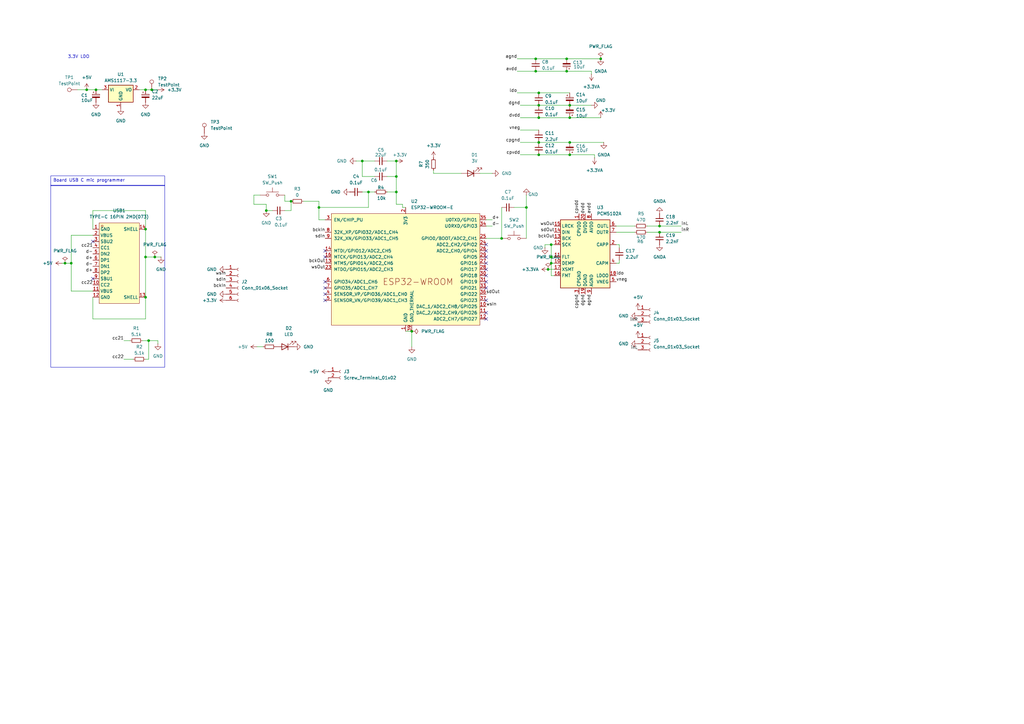
<source format=kicad_sch>
(kicad_sch (version 20231120) (generator "eeschema") (generator_version "8.0")
  (paper "A3")
  (lib_symbols
    (symbol "Audio:PCM5102A"
      (property "Reference" "U" (at -10.16 13.97 0))
      (property "Value" "PCM5102A" (at 3.81 13.97 0))
      (symbol "PCM5102A_0_1"
        (rectangle (start -10.16 12.7) (end 10.16 -15.24) (stroke (width 0.254)) (fill (type background)))
      )
      (symbol "PCM5102A_1_1"
        (pin passive line (at -2.54 15.24 270) (length 2.54) (name "CPVDD") (number "1"))
        (pin input line (at -12.7 -5.08 0) (length 2.54) (name "DEMP") (number "10"))
        (pin input line (at -12.7 -2.54 0) (length 2.54) (name "FLT") (number "11"))
        (pin input line (at -12.7 2.54 0) (length 2.54) (name "SCK") (number "12"))
        (pin input line (at -12.7 5.08 0) (length 2.54) (name "BCK") (number "13"))
        (pin input line (at -12.7 7.62 0) (length 2.54) (name "DIN") (number "14"))
        (pin input line (at -12.7 10.16 0) (length 2.54) (name "LRCK") (number "15"))
        (pin input line (at -12.7 -10.16 0) (length 2.54) (name "FMT") (number "16"))
        (pin input line (at -12.7 -7.62 0) (length 2.54) (name "XSMT") (number "17"))
        (pin passive line (at 12.7 -10.16 180) (length 2.54) (name "LDOO") (number "18"))
        (pin power_in line (at 0 -17.78 90) (length 2.54) (name "DGND") (number "19"))
        (pin passive line (at 12.7 2.54 180) (length 2.54) (name "CAPP") (number "2"))
        (pin power_in line (at 0 15.24 270) (length 2.54) (name "DVDD") (number "20"))
        (pin power_in line (at -2.54 -17.78 90) (length 2.54) (name "CPGND") (number "3"))
        (pin passive line (at 12.7 -5.08 180) (length 2.54) (name "CAPM") (number "4"))
        (pin passive line (at 12.7 -12.7 180) (length 2.54) (name "VNEG") (number "5"))
        (pin output line (at 12.7 10.16 180) (length 2.54) (name "OUTL") (number "6"))
        (pin output line (at 12.7 7.62 180) (length 2.54) (name "OUTR") (number "7"))
        (pin power_in line (at 2.54 15.24 270) (length 2.54) (name "AVDD") (number "8"))
        (pin power_in line (at 2.54 -17.78 90) (length 2.54) (name "AGND") (number "9"))
      )
    )
    (symbol "Connector:Conn_01x02_Socket" (pin_names (offset 1.016) hide)
      (property "Reference" "J" (at 0 2.54 0))
      (property "Value" "Conn_01x02_Socket" (at 0 -5.08 0))
      (symbol "Conn_01x02_Socket_1_1"
        (arc (start 0 -2.032) (mid -0.5058 -2.54) (end 0 -3.048) (stroke (width 0.1524)))
        (polyline (pts (xy -1.27 -2.54) (xy -0.508 -2.54)) (stroke (width 0.1524)))
        (polyline (pts (xy -1.27 0) (xy -0.508 0)) (stroke (width 0.1524)))
        (arc (start 0 0.508) (mid -0.5058 0) (end 0 -0.508) (stroke (width 0.1524)))
        (pin passive line (at -5.08 0 0) (length 3.81) (name "Pin_1") (number "1"))
        (pin passive line (at -5.08 -2.54 0) (length 3.81) (name "Pin_2") (number "2"))
      )
    )
    (symbol "Connector:Conn_01x03_Socket" (pin_names (offset 1.016) hide)
      (property "Reference" "J" (at 0 5.08 0))
      (property "Value" "Conn_01x03_Socket" (at 0 -5.08 0))
      (symbol "Conn_01x03_Socket_1_1"
        (arc (start 0 -2.032) (mid -0.5058 -2.54) (end 0 -3.048) (stroke (width 0.1524)))
        (polyline (pts (xy -1.27 -2.54) (xy -0.508 -2.54)) (stroke (width 0.1524)))
        (polyline (pts (xy -1.27 0) (xy -0.508 0)) (stroke (width 0.1524)))
        (polyline (pts (xy -1.27 2.54) (xy -0.508 2.54)) (stroke (width 0.1524)))
        (arc (start 0 0.508) (mid -0.5058 0) (end 0 -0.508) (stroke (width 0.1524)))
        (arc (start 0 3.048) (mid -0.5058 2.54) (end 0 2.032) (stroke (width 0.1524)))
        (pin passive line (at -5.08 2.54 0) (length 3.81) (name "Pin_1") (number "1"))
        (pin passive line (at -5.08 0 0) (length 3.81) (name "Pin_2") (number "2"))
        (pin passive line (at -5.08 -2.54 0) (length 3.81) (name "Pin_3") (number "3"))
      )
    )
    (symbol "Connector:Conn_01x06_Socket" (pin_names (offset 1.016) hide)
      (property "Reference" "J" (at 0 7.62 0))
      (property "Value" "Conn_01x06_Socket" (at 0 -10.16 0))
      (symbol "Conn_01x06_Socket_1_1"
        (arc (start 0 -7.112) (mid -0.5058 -7.62) (end 0 -8.128) (stroke (width 0.1524)))
        (arc (start 0 -4.572) (mid -0.5058 -5.08) (end 0 -5.588) (stroke (width 0.1524)))
        (arc (start 0 -2.032) (mid -0.5058 -2.54) (end 0 -3.048) (stroke (width 0.1524)))
        (polyline (pts (xy -1.27 -7.62) (xy -0.508 -7.62)) (stroke (width 0.1524)))
        (polyline (pts (xy -1.27 -5.08) (xy -0.508 -5.08)) (stroke (width 0.1524)))
        (polyline (pts (xy -1.27 -2.54) (xy -0.508 -2.54)) (stroke (width 0.1524)))
        (polyline (pts (xy -1.27 0) (xy -0.508 0)) (stroke (width 0.1524)))
        (polyline (pts (xy -1.27 2.54) (xy -0.508 2.54)) (stroke (width 0.1524)))
        (polyline (pts (xy -1.27 5.08) (xy -0.508 5.08)) (stroke (width 0.1524)))
        (arc (start 0 0.508) (mid -0.5058 0) (end 0 -0.508) (stroke (width 0.1524)))
        (arc (start 0 3.048) (mid -0.5058 2.54) (end 0 2.032) (stroke (width 0.1524)))
        (arc (start 0 5.588) (mid -0.5058 5.08) (end 0 4.572) (stroke (width 0.1524)))
        (pin passive line (at -5.08 5.08 0) (length 3.81) (name "Pin_1") (number "1"))
        (pin passive line (at -5.08 2.54 0) (length 3.81) (name "Pin_2") (number "2"))
        (pin passive line (at -5.08 0 0) (length 3.81) (name "Pin_3") (number "3"))
        (pin passive line (at -5.08 -2.54 0) (length 3.81) (name "Pin_4") (number "4"))
        (pin passive line (at -5.08 -5.08 0) (length 3.81) (name "Pin_5") (number "5"))
        (pin passive line (at -5.08 -7.62 0) (length 3.81) (name "Pin_6") (number "6"))
      )
    )
    (symbol "Connector:TestPoint" (pin_numbers hide) (pin_names (offset 0.762) hide)
      (property "Reference" "TP" (at 0 6.858 0))
      (property "Value" "TestPoint" (at 0 5.08 0))
      (symbol "TestPoint_0_1"
        (circle (center 0 3.302) (radius 0.762))
      )
      (symbol "TestPoint_1_1"
        (pin passive line (at 0 0 90) (length 2.54) (name "1") (number "1"))
      )
    )
    (symbol "Device:C_Polarized_Small" (pin_numbers hide) (pin_names (offset 0.254) hide)
      (property "Reference" "C" (at 0.254 1.778 0))
      (property "Value" "C_Polarized_Small" (at 0.254 -2.032 0))
      (symbol "C_Polarized_Small_0_1"
        (rectangle (start -1.524 -0.3048) (end 1.524 -0.6858) (fill (type outline)))
        (rectangle (start -1.524 0.6858) (end 1.524 0.3048))
        (polyline (pts (xy -1.27 1.524) (xy -0.762 1.524)))
        (polyline (pts (xy -1.016 1.27) (xy -1.016 1.778)))
      )
      (symbol "C_Polarized_Small_1_1"
        (pin passive line (at 0 2.54 270) (length 1.8542) (name "~") (number "1"))
        (pin passive line (at 0 -2.54 90) (length 1.8542) (name "~") (number "2"))
      )
    )
    (symbol "Device:C_Small" (pin_numbers hide) (pin_names (offset 0.254) hide)
      (property "Reference" "C" (at 0.254 1.778 0))
      (property "Value" "C_Small" (at 0.254 -2.032 0))
      (symbol "C_Small_0_1"
        (polyline (pts (xy -1.524 -0.508) (xy 1.524 -0.508)) (stroke (width 0.3302)))
        (polyline (pts (xy -1.524 0.508) (xy 1.524 0.508)) (stroke (width 0.3048)))
      )
      (symbol "C_Small_1_1"
        (pin passive line (at 0 2.54 270) (length 2.032) (name "~") (number "1"))
        (pin passive line (at 0 -2.54 90) (length 2.032) (name "~") (number "2"))
      )
    )
    (symbol "Device:LED" (pin_numbers hide) (pin_names (offset 1.016) hide)
      (property "Reference" "D" (at 0 2.54 0))
      (property "Value" "LED" (at 0 -2.54 0))
      (symbol "LED_0_1"
        (polyline (pts (xy -1.27 -1.27) (xy -1.27 1.27)) (stroke (width 0.254)))
        (polyline (pts (xy -1.27 0) (xy 1.27 0)))
        (polyline (pts (xy 1.27 -1.27) (xy 1.27 1.27) (xy -1.27 0) (xy 1.27 -1.27)) (stroke (width 0.254)))
        (polyline (pts (xy -3.048 -0.762) (xy -4.572 -2.286) (xy -3.81 -2.286) (xy -4.572 -2.286) (xy -4.572 -1.524)))
        (polyline (pts (xy -1.778 -0.762) (xy -3.302 -2.286) (xy -2.54 -2.286) (xy -3.302 -2.286) (xy -3.302 -1.524)))
      )
      (symbol "LED_1_1"
        (pin passive line (at -3.81 0 0) (length 2.54) (name "K") (number "1"))
        (pin passive line (at 3.81 0 180) (length 2.54) (name "A") (number "2"))
      )
    )
    (symbol "Device:R_Small" (pin_numbers hide) (pin_names (offset 0.254) hide)
      (property "Reference" "R" (at 0.762 0.508 0))
      (property "Value" "R_Small" (at 0.762 -1.016 0))
      (symbol "R_Small_0_1"
        (rectangle (start -0.762 1.778) (end 0.762 -1.778) (stroke (width 0.2032)))
      )
      (symbol "R_Small_1_1"
        (pin passive line (at 0 2.54 270) (length 0.762) (name "~") (number "1"))
        (pin passive line (at 0 -2.54 90) (length 0.762) (name "~") (number "2"))
      )
    )
    (symbol "Espressif:ESP32-WROOM-E" (pin_names (offset 1.016))
      (property "Reference" "U" (at -30.48 27.94 0))
      (property "Value" "ESP32-WROOM-E" (at -30.48 25.4 0))
      (symbol "ESP32-WROOM-E_0_1"
        (rectangle (start -30.48 22.86) (end 30.48 -22.86) (fill (type background)))
      )
      (symbol "ESP32-WROOM-E_1_1"
        (text "ESP32-­WROOM­" (at 5.08 -5.08 0) (effects (font (size 2.54 2.54))))
        (pin power_in line (at 0 -25.4 90) (length 2.54) (name "GND") (number "1"))
        (pin bidirectional line (at 33.02 -15.24 180) (length 2.54) (name "DAC_1/ADC2_CH8/GPIO25") (number "10"))
        (pin bidirectional line (at 33.02 -17.78 180) (length 2.54) (name "DAC_2/ADC2_CH9/GPIO26") (number "11"))
        (pin bidirectional line (at 33.02 -20.32 180) (length 2.54) (name "ADC2_CH7/GPIO27") (number "12"))
        (pin bidirectional line (at -33.02 2.54 0) (length 2.54) (name "MTMS/GPIO14/ADC2_CH6") (number "13"))
        (pin bidirectional line (at -33.02 7.62 0) (length 2.54) (name "MTDI/GPIO12/ADC2_CH5") (number "14"))
        (pin passive line (at 0 -25.4 90) (length 2.54) hide (name "GND") (number "15"))
        (pin bidirectional line (at -33.02 5.08 0) (length 2.54) (name "MTCK/GPIO13/ADC2_CH4") (number "16"))
        (pin power_in line (at 0 25.4 270) (length 2.54) (name "3V3") (number "2"))
        (pin bidirectional line (at -33.02 0 0) (length 2.54) (name "MTDO/GPIO15/ADC2_CH3") (number "23"))
        (pin bidirectional line (at 33.02 10.16 180) (length 2.54) (name "ADC2_CH2/GPIO2") (number "24"))
        (pin bidirectional line (at 33.02 12.7 180) (length 2.54) (name "GPIO0/BOOT/ADC2_CH1") (number "25"))
        (pin bidirectional line (at 33.02 7.62 180) (length 2.54) (name "ADC2_CH0/GPIO4") (number "26"))
        (pin bidirectional line (at 33.02 2.54 180) (length 2.54) (name "GPIO16") (number "27"))
        (pin bidirectional line (at 33.02 0 180) (length 2.54) (name "GPIO17") (number "28"))
        (pin bidirectional line (at 33.02 5.08 180) (length 2.54) (name "GPIO5") (number "29"))
        (pin input line (at -33.02 20.32 0) (length 2.54) (name "EN/CHIP_PU") (number "3"))
        (pin bidirectional line (at 33.02 -2.54 180) (length 2.54) (name "GPIO18") (number "30"))
        (pin bidirectional line (at 33.02 -5.08 180) (length 2.54) (name "GPIO19") (number "31"))
        (pin bidirectional line (at 33.02 -7.62 180) (length 2.54) (name "GPIO21") (number "33"))
        (pin bidirectional line (at 33.02 17.78 180) (length 2.54) (name "U0RXD/GPIO3") (number "34"))
        (pin bidirectional line (at 33.02 20.32 180) (length 2.54) (name "U0TXD/GPIO1") (number "35"))
        (pin bidirectional line (at 33.02 -10.16 180) (length 2.54) (name "GPIO22") (number "36"))
        (pin bidirectional line (at 33.02 -12.7 180) (length 2.54) (name "GPIO23") (number "37"))
        (pin passive line (at 0 -25.4 90) (length 2.54) hide (name "GND") (number "38"))
        (pin power_in line (at 2.54 -25.4 90) (length 2.54) (name "GND_THERMAL") (number "39"))
        (pin input line (at -33.02 -10.16 0) (length 2.54) (name "SENSOR_VP/GPIO36/ADC1_CH0") (number "4"))
        (pin input line (at -33.02 -12.7 0) (length 2.54) (name "SENSOR_VN/GPIO39/ADC1_CH3") (number "5"))
        (pin input line (at -33.02 -5.08 0) (length 2.54) (name "GPIO34/ADC1_CH6") (number "6"))
        (pin input line (at -33.02 -7.62 0) (length 2.54) (name "GPIO35/ADC1_CH7") (number "7"))
        (pin bidirectional line (at -33.02 15.24 0) (length 2.54) (name "32K_XP/GPIO32/ADC1_CH4") (number "8"))
        (pin bidirectional line (at -33.02 12.7 0) (length 2.54) (name "32K_XN/GPIO33/ADC1_CH5") (number "9"))
      )
    )
    (symbol "Regulator_Linear:AMS1117-3.3"
      (property "Reference" "U" (at -3.81 3.175 0))
      (property "Value" "AMS1117-3.3" (at 0 3.175 0))
      (symbol "AMS1117-3.3_0_1"
        (rectangle (start -5.08 -5.08) (end 5.08 1.905) (stroke (width 0.254)) (fill (type background)))
      )
      (symbol "AMS1117-3.3_1_1"
        (pin power_in line (at 0 -7.62 90) (length 2.54) (name "GND") (number "1"))
        (pin power_out line (at 7.62 0 180) (length 2.54) (name "VO") (number "2"))
        (pin power_in line (at -7.62 0 0) (length 2.54) (name "VI") (number "3"))
      )
    )
    (symbol "Switch:SW_Push" (pin_numbers hide) (pin_names (offset 1.016) hide)
      (property "Reference" "SW" (at 1.27 2.54 0))
      (property "Value" "SW_Push" (at 0 -1.524 0))
      (symbol "SW_Push_0_1"
        (circle (center -2.032 0) (radius 0.508))
        (polyline (pts (xy 0 1.27) (xy 0 3.048)))
        (polyline (pts (xy 2.54 1.27) (xy -2.54 1.27)))
        (circle (center 2.032 0) (radius 0.508))
        (pin passive line (at -5.08 0 0) (length 2.54) (name "1") (number "1"))
        (pin passive line (at 5.08 0 180) (length 2.54) (name "2") (number "2"))
      )
    )
    (symbol "easyeda2kicad:TYPE-C16PIN2MD(073)"
      (property "Reference" "USB" (at 0 19.05 0))
      (property "Value" "TYPE-C 16PIN 2MD(073)" (at 0 -19.05 0))
      (symbol "TYPE-C16PIN2MD(073)_0_1"
        (rectangle (start -8.89 16.51) (end 7.62 -16.51) (fill (type background)))
        (circle (center -7.62 15.24) (radius 0.38))
        (pin unspecified line (at -11.43 13.97 0) (length 2.54) (name "GND") (number "1"))
        (pin unspecified line (at -11.43 -8.89 0) (length 2.54) (name "CC2") (number "10"))
        (pin unspecified line (at -11.43 -11.43 0) (length 2.54) (name "VBUS") (number "11"))
        (pin unspecified line (at -11.43 -13.97 0) (length 2.54) (name "GND") (number "12"))
        (pin unspecified line (at 10.16 -13.97 180) (length 2.54) (name "SHELL") (number "13"))
        (pin unspecified line (at 10.16 13.97 180) (length 2.54) (name "SHELL") (number "14"))
        (pin unspecified line (at -11.43 11.43 0) (length 2.54) (name "VBUS") (number "2"))
        (pin unspecified line (at -11.43 8.89 0) (length 2.54) (name "SBU2") (number "3"))
        (pin unspecified line (at -11.43 6.35 0) (length 2.54) (name "CC1") (number "4"))
        (pin unspecified line (at -11.43 3.81 0) (length 2.54) (name "DN2") (number "5"))
        (pin unspecified line (at -11.43 1.27 0) (length 2.54) (name "DP1") (number "6"))
        (pin unspecified line (at -11.43 -1.27 0) (length 2.54) (name "DN1") (number "7"))
        (pin unspecified line (at -11.43 -3.81 0) (length 2.54) (name "DP2") (number "8"))
        (pin unspecified line (at -11.43 -6.35 0) (length 2.54) (name "SBU1") (number "9"))
      )
    )
    (symbol "power:+3.3V" (power) (pin_numbers hide) (pin_names (offset 0) hide)
      (property "Value" "+3.3V" (at 0 3.556 0))
      (symbol "+3.3V_0_1"
        (polyline (pts (xy -0.762 1.27) (xy 0 2.54)))
        (polyline (pts (xy 0 0) (xy 0 2.54)))
        (polyline (pts (xy 0 2.54) (xy 0.762 1.27)))
      )
      (symbol "+3.3V_1_1"
        (pin power_in line (at 0 0 90) (length 0) (name "~") (number "1"))
      )
    )
    (symbol "power:+3.3VA" (power) (pin_numbers hide) (pin_names (offset 0) hide)
      (property "Value" "+3.3VA" (at 0 3.556 0))
      (symbol "+3.3VA_0_1"
        (polyline (pts (xy -0.762 1.27) (xy 0 2.54)))
        (polyline (pts (xy 0 0) (xy 0 2.54)))
        (polyline (pts (xy 0 2.54) (xy 0.762 1.27)))
      )
      (symbol "+3.3VA_1_1"
        (pin power_in line (at 0 0 90) (length 0) (name "~") (number "1"))
      )
    )
    (symbol "power:+5V" (power) (pin_numbers hide) (pin_names (offset 0) hide)
      (property "Value" "+5V" (at 0 3.556 0))
      (symbol "+5V_0_1"
        (polyline (pts (xy -0.762 1.27) (xy 0 2.54)))
        (polyline (pts (xy 0 0) (xy 0 2.54)))
        (polyline (pts (xy 0 2.54) (xy 0.762 1.27)))
      )
      (symbol "+5V_1_1"
        (pin power_in line (at 0 0 90) (length 0) (name "~") (number "1"))
      )
    )
    (symbol "power:GND" (power) (pin_numbers hide) (pin_names (offset 0) hide)
      (property "Value" "GND" (at 0 -3.81 0))
      (symbol "GND_0_1"
        (polyline (pts (xy 0 0) (xy 0 -1.27) (xy 1.27 -1.27) (xy 0 -2.54) (xy -1.27 -1.27) (xy 0 -1.27)))
      )
      (symbol "GND_1_1"
        (pin power_in line (at 0 0 270) (length 0) (name "~") (number "1"))
      )
    )
    (symbol "power:GNDA" (power) (pin_numbers hide) (pin_names (offset 0) hide)
      (property "Value" "GNDA" (at 0 -3.81 0))
      (symbol "GNDA_0_1"
        (polyline (pts (xy 0 0) (xy 0 -1.27) (xy 1.27 -1.27) (xy 0 -2.54) (xy -1.27 -1.27) (xy 0 -1.27)))
      )
      (symbol "GNDA_1_1"
        (pin power_in line (at 0 0 270) (length 0) (name "~") (number "1"))
      )
    )
    (symbol "power:PWR_FLAG" (power) (pin_numbers hide) (pin_names (offset 0) hide)
      (property "Value" "PWR_FLAG" (at 0 3.81 0))
      (symbol "PWR_FLAG_0_0"
        (pin power_out line (at 0 0 90) (length 0) (name "~") (number "1"))
      )
      (symbol "PWR_FLAG_0_1"
        (polyline (pts (xy 0 0) (xy 0 1.27) (xy -1.016 1.905) (xy 0 2.54) (xy 1.016 1.905) (xy 0 1.27)))
      )
    )
  )
  (junction (at 130.81 85.09))
  (junction (at 62.23 36.83))
  (junction (at 109.22 86.36))
  (junction (at 220.98 43.18))
  (junction (at 215.9 85.09))
  (junction (at 59.69 36.83))
  (junction (at 220.98 63.5))
  (junction (at 220.98 48.26))
  (junction (at 226.06 100.33))
  (junction (at 232.41 29.21))
  (junction (at 168.91 135.89))
  (junction (at 35.56 36.83))
  (junction (at 59.69 105.41))
  (junction (at 270.51 95.25))
  (junction (at 63.5 105.41))
  (junction (at 226.06 107.95))
  (junction (at 233.68 58.42))
  (junction (at 270.51 92.71))
  (junction (at 119.38 82.55))
  (junction (at 60.96 139.7))
  (junction (at 59.69 121.92))
  (junction (at 162.56 72.39))
  (junction (at 162.56 78.74))
  (junction (at 205.74 97.79))
  (junction (at 148.59 66.04))
  (junction (at 220.98 38.1))
  (junction (at 233.68 63.5))
  (junction (at 151.13 78.74))
  (junction (at 232.41 24.13))
  (junction (at 219.71 29.21))
  (junction (at 29.21 107.95))
  (junction (at 39.37 36.83))
  (junction (at 226.06 105.41))
  (junction (at 246.38 24.13))
  (junction (at 26.67 107.95))
  (junction (at 59.69 93.98))
  (junction (at 233.68 43.18))
  (junction (at 162.56 66.04))
  (junction (at 220.98 58.42))
  (junction (at 224.79 110.49))
  (junction (at 233.68 48.26))
  (junction (at 219.71 24.13))
  (no_connect (at 199.39 113.03))
  (no_connect (at 199.39 118.11))
  (no_connect (at 199.39 115.57))
  (no_connect (at 199.39 130.81))
  (no_connect (at 133.35 118.11))
  (no_connect (at 199.39 102.87))
  (no_connect (at 133.35 120.65))
  (no_connect (at 199.39 105.41))
  (no_connect (at 199.39 107.95))
  (no_connect (at 199.39 128.27))
  (no_connect (at 199.39 123.19))
  (no_connect (at 133.35 105.41))
  (no_connect (at 133.35 123.19))
  (no_connect (at 38.1 99.06))
  (no_connect (at 199.39 100.33))
  (no_connect (at 133.35 115.57))
  (no_connect (at 199.39 110.49))
  (no_connect (at 38.1 114.3))
  (no_connect (at 133.35 102.87))
  (wire (pts (xy 226.06 105.41) (xy 226.06 107.95)))
  (wire (pts (xy 64.77 139.7) (xy 64.77 140.97)))
  (wire (pts (xy 57.15 36.83) (xy 59.69 36.83)))
  (wire (pts (xy 213.36 53.34) (xy 220.98 53.34)))
  (wire (pts (xy 223.52 100.33) (xy 223.52 101.6)))
  (wire (pts (xy 226.06 100.33) (xy 226.06 105.41)))
  (wire (pts (xy 116.84 82.55) (xy 119.38 82.55)))
  (wire (pts (xy 116.84 80.01) (xy 116.84 82.55)))
  (wire (pts (xy 215.9 85.09) (xy 215.9 97.79)))
  (wire (pts (xy 119.38 86.36) (xy 116.84 86.36)))
  (wire (pts (xy 213.36 48.26) (xy 220.98 48.26)))
  (wire (pts (xy 104.14 83.82) (xy 109.22 83.82)))
  (wire (pts (xy 109.22 83.82) (xy 109.22 86.36)))
  (wire (pts (xy 220.98 43.18) (xy 233.68 43.18)))
  (wire (pts (xy 232.41 29.21) (xy 242.57 29.21)))
  (wire (pts (xy 227.33 100.33) (xy 226.06 100.33)))
  (wire (pts (xy 254 106.68) (xy 254 107.95)))
  (wire (pts (xy 59.69 93.98) (xy 59.69 105.41)))
  (wire (pts (xy 38.1 93.98) (xy 38.1 86.36)))
  (wire (pts (xy 252.73 92.71) (xy 260.35 92.71)))
  (wire (pts (xy 59.69 86.36) (xy 59.69 93.98)))
  (wire (pts (xy 151.13 78.74) (xy 148.59 78.74)))
  (wire (pts (xy 60.96 147.32) (xy 60.96 139.7)))
  (wire (pts (xy 233.68 48.26) (xy 246.38 48.26)))
  (wire (pts (xy 119.38 82.55) (xy 119.38 86.36)))
  (wire (pts (xy 220.98 38.1) (xy 233.68 38.1)))
  (wire (pts (xy 111.76 86.36) (xy 109.22 86.36)))
  (wire (pts (xy 265.43 95.25) (xy 270.51 95.25)))
  (wire (pts (xy 63.5 105.41) (xy 66.04 105.41)))
  (wire (pts (xy 220.98 48.26) (xy 233.68 48.26)))
  (wire (pts (xy 254 100.33) (xy 254 101.6)))
  (wire (pts (xy 212.09 24.13) (xy 219.71 24.13)))
  (wire (pts (xy 226.06 113.03) (xy 226.06 107.95)))
  (wire (pts (xy 38.1 86.36) (xy 59.69 86.36)))
  (wire (pts (xy 31.75 36.83) (xy 35.56 36.83)))
  (wire (pts (xy 220.98 63.5) (xy 233.68 63.5)))
  (wire (pts (xy 177.8 71.12) (xy 177.8 69.85)))
  (wire (pts (xy 60.96 139.7) (xy 64.77 139.7)))
  (wire (pts (xy 270.51 95.25) (xy 279.4 95.25)))
  (wire (pts (xy 213.36 43.18) (xy 220.98 43.18)))
  (wire (pts (xy 226.06 100.33) (xy 223.52 100.33)))
  (wire (pts (xy 219.71 24.13) (xy 232.41 24.13)))
  (wire (pts (xy 158.75 72.39) (xy 162.56 72.39)))
  (wire (pts (xy 210.82 85.09) (xy 215.9 85.09)))
  (wire (pts (xy 38.1 130.81) (xy 59.69 130.81)))
  (wire (pts (xy 265.43 92.71) (xy 270.51 92.71)))
  (wire (pts (xy 165.1 85.09) (xy 166.37 85.09)))
  (wire (pts (xy 224.79 110.49) (xy 227.33 110.49)))
  (wire (pts (xy 59.69 105.41) (xy 59.69 121.92)))
  (wire (pts (xy 25.4 107.95) (xy 26.67 107.95)))
  (wire (pts (xy 219.71 29.21) (xy 232.41 29.21)))
  (wire (pts (xy 104.14 80.01) (xy 106.68 80.01)))
  (wire (pts (xy 213.36 63.5) (xy 220.98 63.5)))
  (wire (pts (xy 26.67 107.95) (xy 29.21 107.95)))
  (wire (pts (xy 162.56 78.74) (xy 162.56 83.82)))
  (wire (pts (xy 213.36 58.42) (xy 220.98 58.42)))
  (wire (pts (xy 29.21 96.52) (xy 38.1 96.52)))
  (wire (pts (xy 38.1 121.92) (xy 38.1 130.81)))
  (wire (pts (xy 226.06 107.95) (xy 227.33 107.95)))
  (wire (pts (xy 162.56 66.04) (xy 162.56 72.39)))
  (wire (pts (xy 59.69 147.32) (xy 60.96 147.32)))
  (wire (pts (xy 243.84 63.5) (xy 243.84 64.77)))
  (wire (pts (xy 148.59 66.04) (xy 148.59 72.39)))
  (wire (pts (xy 35.56 36.83) (xy 39.37 36.83)))
  (wire (pts (xy 205.74 85.09) (xy 205.74 97.79)))
  (wire (pts (xy 105.41 142.24) (xy 107.95 142.24)))
  (wire (pts (xy 233.68 63.5) (xy 243.84 63.5)))
  (wire (pts (xy 199.39 97.79) (xy 205.74 97.79)))
  (wire (pts (xy 232.41 24.13) (xy 246.38 24.13)))
  (wire (pts (xy 59.69 105.41) (xy 63.5 105.41)))
  (wire (pts (xy 50.8 147.32) (xy 54.61 147.32)))
  (wire (pts (xy 189.23 71.12) (xy 177.8 71.12)))
  (wire (pts (xy 148.59 66.04) (xy 153.67 66.04)))
  (wire (pts (xy 166.37 135.89) (xy 168.91 135.89)))
  (wire (pts (xy 233.68 58.42) (xy 247.65 58.42)))
  (wire (pts (xy 158.75 78.74) (xy 162.56 78.74)))
  (wire (pts (xy 233.68 43.18) (xy 242.57 43.18)))
  (wire (pts (xy 130.81 85.09) (xy 151.13 85.09)))
  (wire (pts (xy 62.23 36.83) (xy 64.77 36.83)))
  (wire (pts (xy 199.39 92.71) (xy 201.93 92.71)))
  (wire (pts (xy 162.56 83.82) (xy 165.1 83.82)))
  (wire (pts (xy 38.1 119.38) (xy 29.21 119.38)))
  (wire (pts (xy 29.21 119.38) (xy 29.21 107.95)))
  (wire (pts (xy 151.13 85.09) (xy 151.13 78.74)))
  (wire (pts (xy 158.75 66.04) (xy 162.56 66.04)))
  (wire (pts (xy 199.39 90.17) (xy 201.93 90.17)))
  (wire (pts (xy 165.1 83.82) (xy 165.1 85.09)))
  (wire (pts (xy 39.37 36.83) (xy 41.91 36.83)))
  (wire (pts (xy 252.73 100.33) (xy 254 100.33)))
  (wire (pts (xy 220.98 58.42) (xy 233.68 58.42)))
  (wire (pts (xy 50.8 139.7) (xy 53.34 139.7)))
  (wire (pts (xy 212.09 38.1) (xy 220.98 38.1)))
  (wire (pts (xy 226.06 105.41) (xy 227.33 105.41)))
  (wire (pts (xy 252.73 95.25) (xy 260.35 95.25)))
  (wire (pts (xy 270.51 92.71) (xy 279.4 92.71)))
  (wire (pts (xy 104.14 83.82) (xy 104.14 80.01)))
  (wire (pts (xy 153.67 78.74) (xy 151.13 78.74)))
  (wire (pts (xy 130.81 90.17) (xy 130.81 85.09)))
  (wire (pts (xy 60.96 139.7) (xy 58.42 139.7)))
  (wire (pts (xy 130.81 85.09) (xy 130.81 82.55)))
  (wire (pts (xy 124.46 82.55) (xy 130.81 82.55)))
  (wire (pts (xy 215.9 80.01) (xy 215.9 85.09)))
  (wire (pts (xy 29.21 107.95) (xy 29.21 96.52)))
  (wire (pts (xy 168.91 135.89) (xy 168.91 142.24)))
  (wire (pts (xy 162.56 72.39) (xy 162.56 78.74)))
  (wire (pts (xy 254 107.95) (xy 252.73 107.95)))
  (wire (pts (xy 130.81 90.17) (xy 133.35 90.17)))
  (wire (pts (xy 196.85 71.12) (xy 201.93 71.12)))
  (wire (pts (xy 153.67 72.39) (xy 148.59 72.39)))
  (wire (pts (xy 227.33 113.03) (xy 226.06 113.03)))
  (wire (pts (xy 59.69 36.83) (xy 62.23 36.83)))
  (wire (pts (xy 146.05 66.04) (xy 148.59 66.04)))
  (wire (pts (xy 242.57 29.21) (xy 242.57 30.48)))
  (wire (pts (xy 59.69 130.81) (xy 59.69 121.92)))
  (wire (pts (xy 212.09 29.21) (xy 219.71 29.21)))
  (rectangle (start 20.828 75.946) (end 67.564 150.622))
  (text_box "Board USB C mic programmer\n\n\n" (at 20.828 72.136 0) (size 46.736 4.064) (effects (font (size 1.27 1.27)) (justify left top)))
  (text "3.3V LDO\n" (at 32.258 23.368 0) (effects (font (size 1.27 1.27))))
  (label "cpgnd" (at 213.36 58.42 180))
  (label "d-" (at 201.93 92.71 0))
  (label "cc22" (at 38.1 116.84 180))
  (label "agnd" (at 212.09 24.13 180))
  (label "inL" (at 261.62 143.51 180))
  (label "vneg" (at 213.36 53.34 180))
  (label "cpvdd" (at 213.36 63.5 180))
  (label "dvdd" (at 240.03 87.63 90))
  (label "inR" (at 279.4 95.25 0))
  (label "cpvdd" (at 237.49 87.63 90))
  (label "cc22" (at 50.8 147.32 180))
  (label "inR" (at 261.62 132.08 180))
  (label "sdIn" (at 133.35 97.79 180))
  (label "cc21" (at 38.1 101.6 180))
  (label "d+" (at 38.1 106.68 180))
  (label "sdIn" (at 92.71 115.57 180))
  (label "cc21" (at 50.8 139.7 180))
  (label "cpgnd" (at 237.49 120.65 270))
  (label "wsIn" (at 92.71 113.03 180))
  (label "agnd" (at 242.57 120.65 270))
  (label "d-" (at 38.1 109.22 180))
  (label "wsOut" (at 133.35 110.49 180))
  (label "avdd" (at 242.57 87.63 90))
  (label "vneg" (at 252.73 115.57 0))
  (label "sdOut" (at 199.39 120.65 0))
  (label "sdOut" (at 227.33 95.25 180))
  (label "bckOut" (at 133.35 107.95 180))
  (label "ldo" (at 252.73 113.03 0))
  (label "bckIn" (at 133.35 95.25 180))
  (label "avdd" (at 212.09 29.21 180))
  (label "d+" (at 201.93 90.17 0))
  (label "d+" (at 38.1 111.76 180))
  (label "dgnd" (at 240.03 120.65 270))
  (label "ldo" (at 212.09 38.1 180))
  (label "inL" (at 279.4 92.71 0))
  (label "bckIn" (at 92.71 118.11 180))
  (label "dgnd" (at 213.36 43.18 180))
  (label "wsIn" (at 199.39 125.73 0))
  (label "d-" (at 38.1 104.14 180))
  (label "bckOut" (at 227.33 97.79 180))
  (label "wsOut" (at 227.33 92.71 180))
  (label "dvdd" (at 213.36 48.26 180))
  (symbol (lib_id "Device:C_Polarized_Small") (at 39.37 39.37 0) (unit 1)
    (property "Reference" "C1" (at 33.274 39.116 0) (effects (justify left)))
    (property "Value" "10uF" (at 33.274 41.148 0) (effects (justify left)))
    (property "Footprint" "Capacitor_SMD:C_0402_1005Metric" (effects (hide yes)))
    (property "Description" "Polarized capacitor, small symbol" (effects (hide yes)))
  )
  (symbol (lib_id "power:PWR_FLAG") (at 246.38 24.13 0) (unit 1)
    (property "Reference" "#FLG04" (effects (hide yes)))
    (property "Value" "PWR_FLAG" (at 246.38 19.05 0))
    (property "Description" "Special symbol for telling ERC where power comes from" (effects (hide yes)))
  )
  (symbol (lib_id "power:GND") (at 201.93 71.12 90) (unit 1)
    (property "Reference" "#PWR08" (effects (hide yes)))
    (property "Value" "GND" (at 205.74 71.1199 90) (effects (justify right)))
    (property "Description" "Power symbol creates a global label with name \"GND\" , ground" (effects (hide yes)))
  )
  (symbol (lib_id "Switch:SW_Push") (at 210.82 97.79 0) (unit 1)
    (property "Reference" "SW2" (at 210.82 90.17 0))
    (property "Value" "SW_Push" (at 210.82 92.71 0))
    (property "Footprint" "Switch:SW2_PTS636 SM25F SMTR LFS_CNK" (effects (hide yes)))
    (property "Description" "Push button switch, generic, two pins" (effects (hide yes)))
  )
  (symbol (lib_id "power:+5V") (at 261.62 138.43 0) (unit 1)
    (property "Reference" "#PWR030" (effects (hide yes)))
    (property "Value" "+5V" (at 261.62 133.35 0))
    (property "Description" "Power symbol creates a global label with name \"+5V\"" (effects (hide yes)))
  )
  (symbol (lib_id "power:+5V") (at 35.56 36.83 0) (unit 1)
    (property "Reference" "#PWR02" (effects (hide yes)))
    (property "Value" "+5V" (at 35.56 31.75 0))
    (property "Description" "Power symbol creates a global label with name \"+5V\"" (effects (hide yes)))
  )
  (symbol (lib_id "power:GND") (at 66.04 105.41 0) (unit 1)
    (property "Reference" "#PWR035" (effects (hide yes)))
    (property "Value" "GND" (at 66.04 110.49 0))
    (property "Description" "Power symbol creates a global label with name \"GND\" , ground" (effects (hide yes)))
  )
  (symbol (lib_id "power:GNDA") (at 247.65 58.42 0) (unit 1)
    (property "Reference" "#PWR027" (effects (hide yes)))
    (property "Value" "GNDA" (at 247.65 63.5 0))
    (property "Description" "Power symbol creates a global label with name \"GNDA\" , analog ground" (effects (hide yes)))
  )
  (symbol (lib_id "Device:C_Polarized_Small") (at 233.68 40.64 0) (unit 1)
    (property "Reference" "C14" (at 236.22 38.8238 0) (effects (justify left)))
    (property "Value" "10uF" (at 236.22 41.3638 0) (effects (justify left)))
    (property "Footprint" "Capacitor_SMD:C_0402_1005Metric" (effects (hide yes)))
    (property "Description" "Polarized capacitor, small symbol" (effects (hide yes)))
  )
  (symbol (lib_id "Device:R_Small") (at 156.21 78.74 270) (unit 1)
    (property "Reference" "R4" (at 156.21 76.962 90))
    (property "Value" "10k" (at 156.464 81.28 90))
    (property "Footprint" "Resistor_SMD:R_0402_1005Metric" (effects (hide yes)))
    (property "Description" "Resistor, small symbol" (effects (hide yes)))
  )
  (symbol (lib_id "power:GND") (at 83.82 54.61 0) (unit 1)
    (property "Reference" "#PWR034" (effects (hide yes)))
    (property "Value" "GND" (at 83.82 59.69 0))
    (property "Description" "Power symbol creates a global label with name \"GND\" , ground" (effects (hide yes)))
  )
  (symbol (lib_id "power:+3.3VA") (at 224.79 110.49 90) (unit 1)
    (property "Reference" "#PWR021" (effects (hide yes)))
    (property "Value" "+3.3VA" (at 220.98 110.4899 90) (effects (justify left)))
    (property "Description" "Power symbol creates a global label with name \"+3.3VA\"" (effects (hide yes)))
  )
  (symbol (lib_id "power:GND") (at 64.77 140.97 0) (unit 1)
    (property "Reference" "#PWR07" (effects (hide yes)))
    (property "Value" "GND" (at 64.77 146.05 0))
    (property "Description" "Power symbol creates a global label with name \"GND\" , ground" (effects (hide yes)))
  )
  (symbol (lib_id "power:GND") (at 92.71 120.65 270) (unit 1)
    (property "Reference" "#PWR010" (effects (hide yes)))
    (property "Value" "GND" (at 88.9 120.6499 90) (effects (justify right)))
    (property "Description" "Power symbol creates a global label with name \"GND\" , ground" (effects (hide yes)))
  )
  (symbol (lib_id "Device:R_Small") (at 55.88 139.7 90) (unit 1)
    (property "Reference" "R1" (at 55.88 134.62 90))
    (property "Value" "5.1k" (at 55.88 137.16 90))
    (property "Footprint" "Resistor_SMD:R_0402_1005Metric" (effects (hide yes)))
    (property "Description" "Resistor, small symbol" (effects (hide yes)))
  )
  (symbol (lib_id "Connector:Conn_01x03_Socket") (at 266.7 129.54 0) (unit 1)
    (property "Reference" "J4" (at 267.97 128.2699 0) (effects (justify left)))
    (property "Value" "Conn_01x03_Socket" (at 267.97 130.8099 0) (effects (justify left)))
    (property "Footprint" "B3B_XH_A:JST_B3B-XH-A" (effects (hide yes)))
    (property "Description" "Generic connector, single row, 01x03, script generated" (effects (hide yes)))
  )
  (symbol (lib_id "power:GND") (at 59.69 41.91 0) (unit 1)
    (property "Reference" "#PWR05" (effects (hide yes)))
    (property "Value" "GND" (at 59.69 46.99 0))
    (property "Description" "Power symbol creates a global label with name \"GND\" , ground" (effects (hide yes)))
  )
  (symbol (lib_id "Device:C_Polarized_Small") (at 233.68 60.96 180) (unit 1)
    (property "Reference" "C16" (at 236.22 59.944 0) (effects (justify right)))
    (property "Value" "10uF" (at 236.474 61.722 0) (effects (justify right)))
    (property "Footprint" "Capacitor_SMD:C_0402_1005Metric" (effects (hide yes)))
    (property "Description" "Polarized capacitor, small symbol" (effects (hide yes)))
  )
  (symbol (lib_id "power:GND") (at 146.05 66.04 270) (unit 1)
    (property "Reference" "#PWR016" (effects (hide yes)))
    (property "Value" "GND" (at 142.24 66.0399 90) (effects (justify right)))
    (property "Description" "Power symbol creates a global label with name \"GND\" , ground" (effects (hide yes)))
  )
  (symbol (lib_id "power:GNDA") (at 270.51 87.63 180) (unit 1)
    (property "Reference" "#PWR032" (effects (hide yes)))
    (property "Value" "GNDA" (at 270.51 82.55 0))
    (property "Description" "Power symbol creates a global label with name \"GNDA\" , analog ground" (effects (hide yes)))
  )
  (symbol (lib_id "Espressif:ESP32-WROOM-E") (at 166.37 110.49 0) (unit 1)
    (property "Reference" "U2" (at 168.5641 82.55 0) (effects (justify left)))
    (property "Value" "ESP32-WROOM-E" (at 168.5641 85.09 0) (effects (justify left)))
    (property "Footprint" "Espressif:ESP32-WROOM-32E" (effects (hide yes)))
    (property "Datasheet" "https://www.espressif.com/sites/default/files/documentation/esp32-wroom-32e_esp32-wroom-32ue_datasheet_en.pdf" (effects (hide yes)))
    (property "Description" "ESP32-WROOM-32E integrates ESP32-D0WD-V3, with higher stability and safety performance." (effects (hide yes)))
  )
  (symbol (lib_id "Device:R_Small") (at 262.89 92.71 90) (unit 1)
    (property "Reference" "R5" (at 262.89 87.63 90))
    (property "Value" "470" (at 262.89 90.17 90))
    (property "Footprint" "Resistor_SMD:R_0402_1005Metric" (effects (hide yes)))
    (property "Description" "Resistor, small symbol" (effects (hide yes)))
  )
  (symbol (lib_id "power:+3.3VA") (at 64.77 36.83 270) (unit 1)
    (property "Reference" "#PWR06" (effects (hide yes)))
    (property "Value" "+3.3V" (at 68.58 36.8299 90) (effects (justify left)))
    (property "Description" "Power symbol creates a global label with name \"+3.3VA\"" (effects (hide yes)))
  )
  (symbol (lib_id "Connector:TestPoint") (at 83.82 54.61 0) (unit 1)
    (property "Reference" "TP3" (at 86.36 50.0379 0) (effects (justify left)))
    (property "Value" "TestPoint" (at 86.36 52.5779 0) (effects (justify left)))
    (property "Footprint" "TestPoint:TestPoint_Pad_D1.5mm" (effects (hide yes)))
    (property "Description" "test point" (effects (hide yes)))
  )
  (symbol (lib_id "easyeda2kicad:TYPE-C16PIN2MD(073)") (at 49.53 107.95 0) (unit 1)
    (property "Reference" "USB1" (at 48.895 86.36 0))
    (property "Value" "TYPE-C 16PIN 2MD(073)" (at 48.895 88.9 0))
    (property "Footprint" "easyeda2kicad:USB-C-SMD_TYPE-C-6PIN-2MD-073" (effects (hide yes)))
    (property "LCSC Part" "C2765186" (effects (hide yes)))
  )
  (symbol (lib_id "power:PWR_FLAG") (at 168.91 135.89 270) (unit 1)
    (property "Reference" "#FLG02" (effects (hide yes)))
    (property "Value" "PWR_FLAG" (at 172.72 135.8899 90) (effects (justify left)))
    (property "Description" "Special symbol for telling ERC where power comes from" (effects (hide yes)))
  )
  (symbol (lib_id "Device:C_Small") (at 219.71 26.67 0) (unit 1)
    (property "Reference" "C8" (at 222.25 25.4062 0) (effects (justify left)))
    (property "Value" "0.1uF" (at 222.25 27.9462 0) (effects (justify left)))
    (property "Footprint" "Capacitor_SMD:C_0402_1005Metric" (effects (hide yes)))
    (property "Description" "Unpolarized capacitor, small symbol" (effects (hide yes)))
  )
  (symbol (lib_id "power:PWR_FLAG") (at 26.67 107.95 0) (unit 1)
    (property "Reference" "#FLG05" (effects (hide yes)))
    (property "Value" "PWR_FLAG" (at 26.67 102.87 0))
    (property "Description" "Special symbol for telling ERC where power comes from" (effects (hide yes)))
  )
  (symbol (lib_id "Connector:TestPoint") (at 31.75 36.83 90) (unit 1)
    (property "Reference" "TP1" (at 28.448 31.75 90))
    (property "Value" "TestPoint" (at 28.448 34.29 90))
    (property "Footprint" "TestPoint:TestPoint_Pad_D1.5mm" (effects (hide yes)))
    (property "Description" "test point" (effects (hide yes)))
  )
  (symbol (lib_id "power:GND") (at 168.91 142.24 0) (unit 1)
    (property "Reference" "#PWR018" (effects (hide yes)))
    (property "Value" "GND" (at 168.91 147.32 0))
    (property "Description" "Power symbol creates a global label with name \"GND\" , ground" (effects (hide yes)))
  )
  (symbol (lib_id "Device:C_Small") (at 220.98 55.88 0) (unit 1)
    (property "Reference" "C11" (at 223.52 54.6162 0) (effects (justify left)))
    (property "Value" "2.2uF" (at 223.52 57.1562 0) (effects (justify left)))
    (property "Footprint" "Capacitor_SMD:C_0402_1005Metric" (effects (hide yes)))
    (property "Description" "Unpolarized capacitor, small symbol" (effects (hide yes)))
  )
  (symbol (lib_id "Device:C_Small") (at 270.51 90.17 0) (unit 1)
    (property "Reference" "C18" (at 273.05 88.9062 0) (effects (justify left)))
    (property "Value" "2.2nF" (at 273.05 91.4462 0) (effects (justify left)))
    (property "Footprint" "Capacitor_SMD:C_0402_1005Metric" (effects (hide yes)))
    (property "Description" "Unpolarized capacitor, small symbol" (effects (hide yes)))
  )
  (symbol (lib_id "power:GND") (at 215.9 80.01 180) (unit 1)
    (property "Reference" "#PWR019" (effects (hide yes)))
    (property "Value" "GND" (at 218.694 79.756 0))
    (property "Description" "Power symbol creates a global label with name \"GND\" , ground" (effects (hide yes)))
  )
  (symbol (lib_id "power:GND") (at 109.22 86.36 0) (unit 1)
    (property "Reference" "#PWR012" (effects (hide yes)))
    (property "Value" "GND" (at 109.22 91.44 0))
    (property "Description" "Power symbol creates a global label with name \"GND\" , ground" (effects (hide yes)))
  )
  (symbol (lib_id "power:GND") (at 120.65 142.24 90) (unit 1)
    (property "Reference" "#PWR038" (effects (hide yes)))
    (property "Value" "GND" (at 124.46 142.2399 90) (effects (justify right)))
    (property "Description" "Power symbol creates a global label with name \"GND\" , ground" (effects (hide yes)))
  )
  (symbol (lib_id "Device:C_Small") (at 270.51 97.79 0) (unit 1)
    (property "Reference" "C19" (at 273.05 96.5262 0) (effects (justify left)))
    (property "Value" "2.2nF" (at 273.05 99.0662 0) (effects (justify left)))
    (property "Footprint" "Capacitor_SMD:C_0402_1005Metric" (effects (hide yes)))
    (property "Description" "Unpolarized capacitor, small symbol" (effects (hide yes)))
  )
  (symbol (lib_id "power:+5V") (at 261.62 127 0) (unit 1)
    (property "Reference" "#PWR028" (effects (hide yes)))
    (property "Value" "+5V" (at 261.62 121.92 0))
    (property "Description" "Power symbol creates a global label with name \"+5V\"" (effects (hide yes)))
  )
  (symbol (lib_id "power:+5V") (at 105.41 142.24 90) (unit 1)
    (property "Reference" "#PWR037" (effects (hide yes)))
    (property "Value" "+5V" (at 101.6 142.2399 90) (effects (justify left)))
    (property "Description" "Power symbol creates a global label with name \"+5V\"" (effects (hide yes)))
  )
  (symbol (lib_id "power:GND") (at 39.37 41.91 0) (unit 1)
    (property "Reference" "#PWR03" (effects (hide yes)))
    (property "Value" "GND" (at 39.37 46.99 0))
    (property "Description" "Power symbol creates a global label with name \"GND\" , ground" (effects (hide yes)))
  )
  (symbol (lib_id "Audio:PCM5102A") (at 240.03 102.87 0) (unit 1)
    (property "Reference" "U3" (at 244.7641 85.09 0) (effects (justify left)))
    (property "Value" "PCM5102A" (at 244.7641 87.63 0) (effects (justify left)))
    (property "Footprint" "Package_SO:TSSOP-20_4.4x6.5mm_P0.65mm" (effects (hide yes)))
    (property "Datasheet" "https://www.ti.com/lit/ds/symlink/pcm5102a.pdf" (effects (hide yes)))
    (property "Description" "2.1 VRMS, 112dB Audio Stereo DAC with PLL and 32-bit, 384kHz PCM Interface, TSSOP-20" (effects (hide yes)))
  )
  (symbol (lib_id "Device:R_Small") (at 57.15 147.32 90) (unit 1)
    (property "Reference" "R2" (at 57.15 142.24 90))
    (property "Value" "5.1k" (at 57.15 144.78 90))
    (property "Footprint" "Resistor_SMD:R_0402_1005Metric" (effects (hide yes)))
    (property "Description" "Resistor, small symbol" (effects (hide yes)))
  )
  (symbol (lib_id "Device:C_Small") (at 220.98 40.64 0) (unit 1)
    (property "Reference" "C9" (at 223.52 39.3762 0) (effects (justify left)))
    (property "Value" "0.1uF" (at 223.52 41.9162 0) (effects (justify left)))
    (property "Footprint" "Capacitor_SMD:C_0402_1005Metric" (effects (hide yes)))
    (property "Description" "Unpolarized capacitor, small symbol" (effects (hide yes)))
  )
  (symbol (lib_id "Device:C_Small") (at 114.3 86.36 90) (unit 1)
    (property "Reference" "C3" (at 114.3 89.662 90))
    (property "Value" "0.1uF" (at 115.316 92.202 90))
    (property "Footprint" "Capacitor_SMD:C_0402_1005Metric" (effects (hide yes)))
    (property "Description" "Unpolarized capacitor, small symbol" (effects (hide yes)))
  )
  (symbol (lib_id "power:GND") (at 261.62 129.54 270) (unit 1)
    (property "Reference" "#PWR029" (effects (hide yes)))
    (property "Value" "GND" (at 257.81 129.5399 90) (effects (justify right)))
    (property "Description" "Power symbol creates a global label with name \"GND\" , ground" (effects (hide yes)))
  )
  (symbol (lib_id "power:GND") (at 242.57 43.18 90) (unit 1)
    (property "Reference" "#PWR023" (effects (hide yes)))
    (property "Value" "GND" (at 244.348 41.148 90) (effects (justify right)))
    (property "Description" "Power symbol creates a global label with name \"GND\" , ground" (effects (hide yes)))
  )
  (symbol (lib_id "power:PWR_FLAG") (at 63.5 105.41 0) (unit 1)
    (property "Reference" "#FLG06" (effects (hide yes)))
    (property "Value" "PWR_FLAG" (at 63.5 100.33 0))
    (property "Description" "Special symbol for telling ERC where power comes from" (effects (hide yes)))
  )
  (symbol (lib_id "power:+3.3V") (at 177.8 64.77 0) (unit 1)
    (property "Reference" "#PWR01" (effects (hide yes)))
    (property "Value" "+3.3V" (at 177.8 59.69 0))
    (property "Description" "Power symbol creates a global label with name \"+3.3V\"" (effects (hide yes)))
  )
  (symbol (lib_id "Device:C_Polarized_Small") (at 59.69 39.37 0) (unit 1)
    (property "Reference" "C2" (at 62.23 37.5538 0) (effects (justify left)))
    (property "Value" "22uF" (at 62.23 40.0938 0) (effects (justify left)))
    (property "Footprint" "Capacitor_SMD:C_0402_1005Metric" (effects (hide yes)))
    (property "Description" "Polarized capacitor, small symbol" (effects (hide yes)))
  )
  (symbol (lib_id "power:GND") (at 92.71 110.49 270) (unit 1)
    (property "Reference" "#PWR09" (effects (hide yes)))
    (property "Value" "GND" (at 88.9 110.4899 90) (effects (justify right)))
    (property "Description" "Power symbol creates a global label with name \"GND\" , ground" (effects (hide yes)))
  )
  (symbol (lib_id "Connector:Conn_01x02_Socket") (at 139.7 152.4 0) (unit 1)
    (property "Reference" "J3" (at 140.97 152.3999 0) (effects (justify left)))
    (property "Value" "Screw_Terminal_01x02" (at 140.97 154.9399 0) (effects (justify left)))
    (property "Footprint" "B2B_XH_A:JST_B2B-XH-A" (effects (hide yes)))
    (property "Description" "Generic connector, single row, 01x02, script generated" (effects (hide yes)))
  )
  (symbol (lib_id "power:+3.3V") (at 92.71 123.19 90) (unit 1)
    (property "Reference" "#PWR011" (effects (hide yes)))
    (property "Value" "+3.3V" (at 88.9 123.1899 90) (effects (justify left)))
    (property "Description" "Power symbol creates a global label with name \"+3.3V\"" (effects (hide yes)))
  )
  (symbol (lib_id "power:+5V") (at 134.62 152.4 90) (unit 1)
    (property "Reference" "#PWR013" (effects (hide yes)))
    (property "Value" "+5V" (at 130.81 152.3999 90) (effects (justify left)))
    (property "Description" "Power symbol creates a global label with name \"+5V\"" (effects (hide yes)))
  )
  (symbol (lib_id "Switch:SW_Push") (at 111.76 80.01 0) (unit 1)
    (property "Reference" "SW1" (at 111.76 72.39 0))
    (property "Value" "SW_Push" (at 111.76 74.93 0))
    (property "Footprint" "Switch:SW2_PTS636 SM25F SMTR LFS_CNK" (effects (hide yes)))
    (property "Description" "Push button switch, generic, two pins" (effects (hide yes)))
  )
  (symbol (lib_id "power:PWR_FLAG") (at 224.79 110.49 0) (unit 1)
    (property "Reference" "#FLG03" (effects (hide yes)))
    (property "Value" "PWR_FLAG" (at 224.79 105.41 0))
    (property "Description" "Special symbol for telling ERC where power comes from" (effects (hide yes)))
  )
  (symbol (lib_id "Device:R_Small") (at 262.89 95.25 270) (unit 1)
    (property "Reference" "R6" (at 262.636 99.06 90))
    (property "Value" "470" (at 262.89 97.282 90))
    (property "Footprint" "Resistor_SMD:R_0402_1005Metric" (effects (hide yes)))
    (property "Description" "Resistor, small symbol" (effects (hide yes)))
  )
  (symbol (lib_id "Device:C_Polarized_Small") (at 233.68 45.72 180) (unit 1)
    (property "Reference" "C15" (at 236.22 44.996 0) (effects (justify right)))
    (property "Value" "10uF" (at 236.22 47.536 0) (effects (justify right)))
    (property "Footprint" "Capacitor_SMD:C_0402_1005Metric" (effects (hide yes)))
    (property "Description" "Polarized capacitor, small symbol" (effects (hide yes)))
  )
  (symbol (lib_id "Device:R_Small") (at 177.8 67.31 180) (unit 1)
    (property "Reference" "R7" (at 172.72 67.31 90))
    (property "Value" "350" (at 175.26 67.31 90))
    (property "Footprint" "Resistor_SMD:R_0402_1005Metric" (effects (hide yes)))
    (property "Description" "Resistor, small symbol" (effects (hide yes)))
  )
  (symbol (lib_id "power:GND") (at 134.62 154.94 0) (unit 1)
    (property "Reference" "#PWR014" (effects (hide yes)))
    (property "Value" "GND" (at 134.62 160.02 0))
    (property "Description" "Power symbol creates a global label with name \"GND\" , ground" (effects (hide yes)))
  )
  (symbol (lib_id "power:GND") (at 143.51 78.74 270) (unit 1)
    (property "Reference" "#PWR015" (effects (hide yes)))
    (property "Value" "GND" (at 139.7 78.7399 90) (effects (justify right)))
    (property "Description" "Power symbol creates a global label with name \"GND\" , ground" (effects (hide yes)))
  )
  (symbol (lib_id "Device:LED") (at 193.04 71.12 180) (unit 1)
    (property "Reference" "D1" (at 194.6275 63.5 0))
    (property "Value" "3V" (at 194.6275 66.04 0))
    (property "Footprint" "LED_SMD:LED_0603_1608Metric" (effects (hide yes)))
    (property "Description" "Light emitting diode" (effects (hide yes)))
  )
  (symbol (lib_id "Device:C_Small") (at 254 104.14 0) (unit 1)
    (property "Reference" "C17" (at 256.54 102.8762 0) (effects (justify left)))
    (property "Value" "2.2uF" (at 256.54 105.4162 0) (effects (justify left)))
    (property "Footprint" "Capacitor_SMD:C_0805_2012Metric_Pad1.18x1.45mm_HandSolder" (effects (hide yes)))
    (property "Description" "Unpolarized capacitor, small symbol" (effects (hide yes)))
  )
  (symbol (lib_id "power:+5V") (at 25.4 107.95 90) (unit 1)
    (property "Reference" "#PWR036" (effects (hide yes)))
    (property "Value" "+5V" (at 21.59 107.9499 90) (effects (justify left)))
    (property "Description" "Power symbol creates a global label with name \"+5V\"" (effects (hide yes)))
  )
  (symbol (lib_id "Device:C_Small") (at 208.28 85.09 90) (unit 1)
    (property "Reference" "C7" (at 208.2863 78.74 90))
    (property "Value" "0.1uF" (at 208.2863 81.28 90))
    (property "Footprint" "Capacitor_SMD:C_0402_1005Metric" (effects (hide yes)))
    (property "Description" "Unpolarized capacitor, small symbol" (effects (hide yes)))
  )
  (symbol (lib_id "power:GND") (at 49.53 44.45 0) (unit 1)
    (property "Reference" "#PWR04" (effects (hide yes)))
    (property "Value" "GND" (at 49.53 49.53 0))
    (property "Description" "Power symbol creates a global label with name \"GND\" , ground" (effects (hide yes)))
  )
  (symbol (lib_id "Device:C_Small") (at 156.21 66.04 90) (unit 1)
    (property "Reference" "C5" (at 156.21 61.468 90))
    (property "Value" "22uF" (at 156.21 63.5 90))
    (property "Footprint" "Capacitor_SMD:C_0805_2012Metric_Pad1.18x1.45mm_HandSolder" (effects (hide yes)))
    (property "Description" "Unpolarized capacitor, small symbol" (effects (hide yes)))
  )
  (symbol (lib_id "Connector:Conn_01x06_Socket") (at 97.79 115.57 0) (unit 1)
    (property "Reference" "J2" (at 99.06 115.5699 0) (effects (justify left)))
    (property "Value" "Conn_01x06_Socket" (at 99.06 118.1099 0) (effects (justify left)))
    (property "Footprint" "B6B_XH_A:JST_B6B-XH-A" (effects (hide yes)))
    (property "Description" "Generic connector, single row, 01x06, script generated" (effects (hide yes)))
  )
  (symbol (lib_id "Device:C_Polarized_Small") (at 232.41 26.67 180) (unit 1)
    (property "Reference" "C13" (at 234.95 25.654 0) (effects (justify right)))
    (property "Value" "10uF" (at 235.204 27.432 0) (effects (justify right)))
    (property "Footprint" "Capacitor_SMD:C_0402_1005Metric" (effects (hide yes)))
    (property "Description" "Polarized capacitor, small symbol" (effects (hide yes)))
  )
  (symbol (lib_id "Device:C_Small") (at 220.98 45.72 0) (unit 1)
    (property "Reference" "C10" (at 223.52 44.4562 0) (effects (justify left)))
    (property "Value" "0.1uF" (at 223.52 46.9962 0) (effects (justify left)))
    (property "Footprint" "Capacitor_SMD:C_0402_1005Metric" (effects (hide yes)))
    (property "Description" "Unpolarized capacitor, small symbol" (effects (hide yes)))
  )
  (symbol (lib_id "power:GNDA") (at 270.51 100.33 0) (unit 1)
    (property "Reference" "#PWR033" (effects (hide yes)))
    (property "Value" "GNDA" (at 270.51 105.41 0))
    (property "Description" "Power symbol creates a global label with name \"GNDA\" , analog ground" (effects (hide yes)))
  )
  (symbol (lib_id "power:+3.3VA") (at 243.84 64.77 180) (unit 1)
    (property "Reference" "#PWR024" (effects (hide yes)))
    (property "Value" "+3.3VA" (at 243.84 69.85 0))
    (property "Description" "Power symbol creates a global label with name \"+3.3VA\"" (effects (hide yes)))
  )
  (symbol (lib_id "Device:LED") (at 116.84 142.24 180) (unit 1)
    (property "Reference" "D2" (at 118.4275 134.62 0))
    (property "Value" "LED" (at 118.4275 137.16 0))
    (property "Footprint" "LED_SMD:LED_0603_1608Metric" (effects (hide yes)))
    (property "Description" "Light emitting diode" (effects (hide yes)))
  )
  (symbol (lib_id "power:+3.3VA") (at 242.57 30.48 180) (unit 1)
    (property "Reference" "#PWR022" (effects (hide yes)))
    (property "Value" "+3.3VA" (at 242.57 35.56 0))
    (property "Description" "Power symbol creates a global label with name \"+3.3VA\"" (effects (hide yes)))
  )
  (symbol (lib_id "Connector:TestPoint") (at 62.23 36.83 0) (unit 1)
    (property "Reference" "TP2" (at 64.77 32.2579 0) (effects (justify left)))
    (property "Value" "TestPoint" (at 64.77 34.7979 0) (effects (justify left)))
    (property "Footprint" "TestPoint:TestPoint_Pad_D1.5mm" (effects (hide yes)))
    (property "Description" "test point" (effects (hide yes)))
  )
  (symbol (lib_id "Regulator_Linear:AMS1117-3.3") (at 49.53 36.83 0) (unit 1)
    (property "Reference" "U1" (at 49.53 30.48 0))
    (property "Value" "AMS1117-3.3" (at 49.53 33.02 0))
    (property "Footprint" "Package_TO_SOT_SMD:SOT-223-3_TabPin2" (effects (hide yes)))
    (property "Datasheet" "http://www.advanced-monolithic.com/pdf/ds1117.pdf" (effects (hide yes)))
    (property "Description" "1A Low Dropout regulator, positive, 3.3V fixed output, SOT-223" (effects (hide yes)))
  )
  (symbol (lib_id "Device:C_Small") (at 220.98 60.96 0) (unit 1)
    (property "Reference" "C12" (at 223.52 59.6962 0) (effects (justify left)))
    (property "Value" "0.1uF" (at 223.52 62.2362 0) (effects (justify left)))
    (property "Footprint" "Capacitor_SMD:C_0402_1005Metric" (effects (hide yes)))
    (property "Description" "Unpolarized capacitor, small symbol" (effects (hide yes)))
  )
  (symbol (lib_id "Device:R_Small") (at 121.92 82.55 270) (unit 1)
    (property "Reference" "R3" (at 121.92 77.47 90))
    (property "Value" "0" (at 121.92 80.01 90))
    (property "Footprint" "Resistor_SMD:R_0402_1005Metric" (effects (hide yes)))
    (property "Description" "Resistor, small symbol" (effects (hide yes)))
  )
  (symbol (lib_id "Device:C_Small") (at 156.21 72.39 90) (unit 1)
    (property "Reference" "C6" (at 153.416 73.914 90))
    (property "Value" "0.1uF" (at 156.21 69.596 90))
    (property "Footprint" "Capacitor_SMD:C_0805_2012Metric_Pad1.18x1.45mm_HandSolder" (effects (hide yes)))
    (property "Description" "Unpolarized capacitor, small symbol" (effects (hide yes)))
  )
  (symbol (lib_id "Device:C_Small") (at 146.05 78.74 270) (unit 1)
    (property "Reference" "C4" (at 146.0436 72.39 90))
    (property "Value" "0.1uF" (at 146.0436 74.93 90))
    (property "Footprint" "Capacitor_SMD:C_0402_1005Metric" (effects (hide yes)))
    (property "Description" "Unpolarized capacitor, small symbol" (effects (hide yes)))
  )
  (symbol (lib_id "power:GND") (at 223.52 101.6 0) (unit 1)
    (property "Reference" "#PWR020" (effects (hide yes)))
    (property "Value" "GND" (at 220.726 101.6 0))
    (property "Description" "Power symbol creates a global label with name \"GND\" , ground" (effects (hide yes)))
  )
  (symbol (lib_id "power:GND") (at 261.62 140.97 270) (unit 1)
    (property "Reference" "#PWR031" (effects (hide yes)))
    (property "Value" "GND" (at 257.81 140.9699 90) (effects (justify right)))
    (property "Description" "Power symbol creates a global label with name \"GND\" , ground" (effects (hide yes)))
  )
  (symbol (lib_id "Connector:Conn_01x03_Socket") (at 266.7 140.97 0) (unit 1)
    (property "Reference" "J5" (at 267.97 139.6999 0) (effects (justify left)))
    (property "Value" "Conn_01x03_Socket" (at 267.97 142.2399 0) (effects (justify left)))
    (property "Footprint" "B3B_XH_A:JST_B3B-XH-A" (effects (hide yes)))
    (property "Description" "Generic connector, single row, 01x03, script generated" (effects (hide yes)))
  )
  (symbol (lib_id "power:GNDA") (at 246.38 24.13 0) (unit 1)
    (property "Reference" "#PWR025" (effects (hide yes)))
    (property "Value" "GNDA" (at 246.38 29.21 0))
    (property "Description" "Power symbol creates a global label with name \"GNDA\" , analog ground" (effects (hide yes)))
  )
  (symbol (lib_id "power:+3.3V") (at 162.56 66.04 270) (unit 1)
    (property "Reference" "#PWR017" (effects (hide yes)))
    (property "Value" "+3.3V" (at 161.036 63.5 90) (effects (justify left)))
    (property "Description" "Power symbol creates a global label with name \"+3.3V\"" (effects (hide yes)))
  )
  (symbol (lib_id "power:+3.3V") (at 246.38 48.26 0) (unit 1)
    (property "Reference" "#PWR026" (effects (hide yes)))
    (property "Value" "+3.3V" (at 249.428 45.212 0))
    (property "Description" "Power symbol creates a global label with name \"+3.3V\"" (effects (hide yes)))
  )
  (symbol (lib_id "Device:R_Small") (at 110.49 142.24 90) (unit 1)
    (property "Reference" "R8" (at 110.49 137.16 90))
    (property "Value" "100" (at 110.49 139.7 90))
    (property "Footprint" "Resistor_SMD:R_0402_1005Metric" (effects (hide yes)))
    (property "Description" "Resistor, small symbol" (effects (hide yes)))
  )
)
</source>
